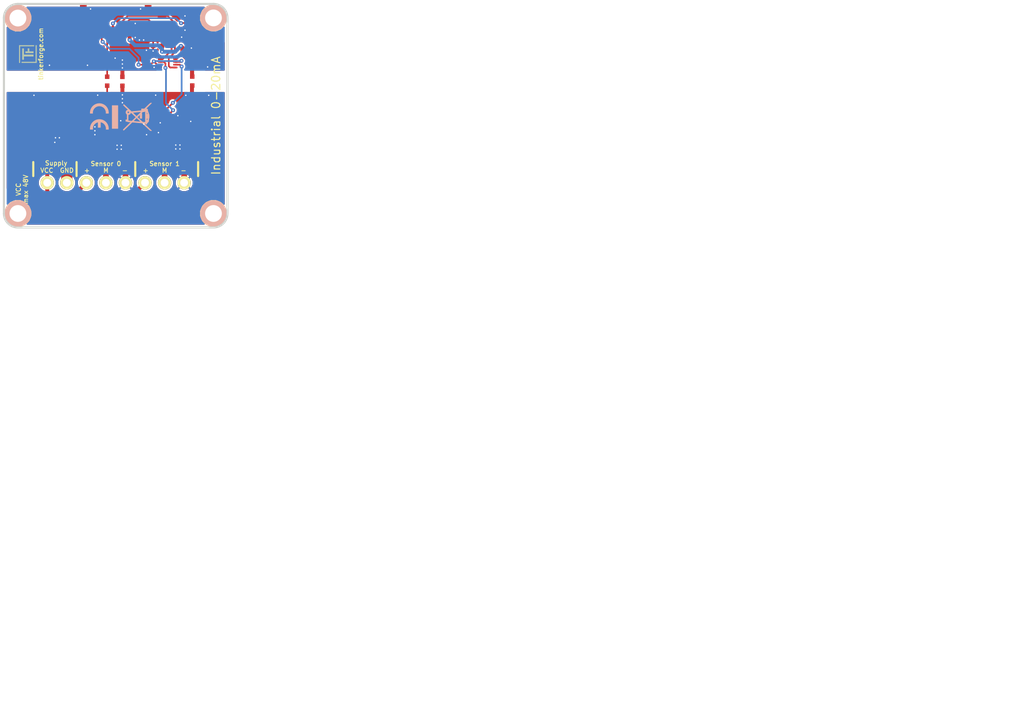
<source format=kicad_pcb>
(kicad_pcb (version 4) (host pcbnew 4.0.2+dfsg1-stable)
  (title_block (title "Industrial Dual 0-20mA Bricklet") (rev 1.0) (company "Tinkerforge GmbH") (comment 1 "Licensed under CERN OHL v.1.1") (comment 2 "Copyright (©) 2013, B.Nordmeyer <bastian@tinkerforge.com>"))
  (layers (0 Front signal) (31 Back signal hide) (34 B.Paste user) (35 F.Paste user) (36 B.SilkS user) (37 F.SilkS user) (38 B.Mask user) (39 F.Mask user) (44 Edge.Cuts user))
  (net 0 "")
  (net 1 +3.3VP)
  (net 2 3V3)
  (net 3 AGND)
  (net 4 GND)
  (net 5 MEASURE)
  (net 6 SCL)
  (net 7 SCL2)
  (net 8 SDA)
  (net 9 SDA2)
  (net 10 "Net-(C5-Pad2)")
  (net 11 "Net-(C6-Pad2)")
  (net 12 "Net-(P1-Pad6)")
  (net 13 "Net-(P1-Pad7)")
  (net 14 "Net-(P1-Pad8)")
  (net 15 "Net-(P2-Pad2)")
  (net 16 "Net-(P2-Pad4)")
  (net 17 "Net-(P2-Pad7)")
  (net 18 "Net-(D1-Pad2)")
  (net 19 "Net-(P1-Pad1)")
  (net 20 "Net-(P1-Pad9)")
  (net 21 "Net-(P1-Pad10)")
  (net 22 "Net-(U1-Pad7)")
  (net 23 "Net-(U3-Pad10)")
  (module kicad-libraries:Logo_31x31 (layer Front) (at 100.50018 48.60036 90)
    (fp_text reference G*** hide)
    (fp_text value Logo_31x31 hide)
  )
  (module kicad-libraries:Fiducial_Mark (layer Front) (at 136.3 44.05)
    (fp_text reference Fiducial_Mark hide)
    (fp_text value VAL** hide)
    (pad 1 smd circle (at 0 0) (size 1.00076 1.00076) (layers Front F.Paste F.Mask) (clearance 0.65024))
  )
  (module kicad-libraries:Fiducial_Mark (layer Front) (at 99.2 72.05)
    (fp_text reference Fiducial_Mark hide)
    (fp_text value VAL** hide)
    (pad 1 smd circle (at 0 0) (size 1.00076 1.00076) (layers Front F.Paste F.Mask) (clearance 0.65024))
  )
  (module kicad-libraries:CE_5mm (layer Back) (at 114.875 58.225 270)
    (fp_text reference VAL hide)
    (fp_text value CE_5mm hide)
  )
  (module kicad-libraries:WEEE_7mm (layer Back) (at 120.7 58.275 90)
    (fp_text reference VAL hide)
    (fp_text value WEEE_7mm hide)
  )
  (module C0603 (layer Front) (at 125.30074 45.54982 180)
    (fp_text reference C1)
    (fp_text value 100nF)
    (pad 1 smd rect (at -0.8001 0 180) (size 0.8001 0.8001) (layers Front F.Paste F.Mask) (net 2 3V3))
    (pad 2 smd rect (at 0.8001 0 180) (size 0.8001 0.8001) (layers Front F.Paste F.Mask) (net 4 GND))
  )
  (module C0603 (layer Front) (at 132.25 54.475 180)
    (fp_text reference C2)
    (fp_text value 1µF)
    (pad 1 smd rect (at -0.8001 0 180) (size 0.8001 0.8001) (layers Front F.Paste F.Mask) (net 3 AGND))
    (pad 2 smd rect (at 0.8001 0 180) (size 0.8001 0.8001) (layers Front F.Paste F.Mask) (net 1 +3.3VP))
  )
  (module C0603 (layer Front) (at 132.275 49.3)
    (fp_text reference C3)
    (fp_text value 100nF)
    (pad 1 smd rect (at -0.8001 0) (size 0.8001 0.8001) (layers Front F.Paste F.Mask) (net 2 3V3))
    (pad 2 smd rect (at 0.8001 0) (size 0.8001 0.8001) (layers Front F.Paste F.Mask) (net 4 GND))
  )
  (module C0603 (layer Front) (at 130.2 59.9 90)
    (fp_text reference C4)
    (fp_text value 100nF)
    (pad 1 smd rect (at -0.8001 0 90) (size 0.8001 0.8001) (layers Front F.Paste F.Mask) (net 1 +3.3VP))
    (pad 2 smd rect (at 0.8001 0 90) (size 0.8001 0.8001) (layers Front F.Paste F.Mask) (net 3 AGND))
  )
  (module C0603 (layer Front) (at 120.25 58.95)
    (fp_text reference C5)
    (fp_text value 100nF)
    (pad 1 smd rect (at -0.8001 0) (size 0.8001 0.8001) (layers Front F.Paste F.Mask) (net 3 AGND))
    (pad 2 smd rect (at 0.8001 0) (size 0.8001 0.8001) (layers Front F.Paste F.Mask) (net 10 "Net-(C5-Pad2)"))
  )
  (module C0603 (layer Front) (at 120.35 63.45 90)
    (fp_text reference C6)
    (fp_text value 100nF)
    (pad 1 smd rect (at -0.8001 0 90) (size 0.8001 0.8001) (layers Front F.Paste F.Mask) (net 3 AGND))
    (pad 2 smd rect (at 0.8001 0 90) (size 0.8001 0.8001) (layers Front F.Paste F.Mask) (net 11 "Net-(C6-Pad2)"))
  )
  (module MiniMelf (layer Front) (at 111.45 60.75)
    (fp_text reference D1)
    (fp_text value Z12V)
    (pad 2 smd rect (at -1.69926 0) (size 1.19888 1.6002) (layers Front F.Paste F.Mask) (net 18 "Net-(D1-Pad2)"))
    (pad 1 smd rect (at 1.69926 0) (size 1.19888 1.6002) (layers Front F.Paste F.Mask) (net 3 AGND))
  )
  (module C0603 (layer Front) (at 131.5 51.85 90)
    (fp_text reference FB1)
    (fp_text value FB)
    (pad 1 smd rect (at -0.8001 0 90) (size 0.8001 0.8001) (layers Front F.Paste F.Mask) (net 1 +3.3VP))
    (pad 2 smd rect (at 0.8001 0 90) (size 0.8001 0.8001) (layers Front F.Paste F.Mask) (net 2 3V3))
  )
  (module C0603 (layer Front) (at 119 51.9 90)
    (fp_text reference FB2)
    (fp_text value FB)
    (pad 1 smd rect (at -0.8001 0 90) (size 0.8001 0.8001) (layers Front F.Paste F.Mask) (net 3 AGND))
    (pad 2 smd rect (at 0.8001 0 90) (size 0.8001 0.8001) (layers Front F.Paste F.Mask) (net 4 GND))
  )
  (module CON-SENSOR (layer Front) (at 117.80012 38.0492 180)
    (fp_text reference P1)
    (fp_text value CON-SENSOR)
    (pad 1 smd rect (at -4.50088 -4.7752 180) (size 0.59944 1.5494) (layers Front F.Paste F.Mask) (net 19 "Net-(P1-Pad1)"))
    (pad 2 smd rect (at -3.50012 -4.7752 180) (size 0.59944 1.5494) (layers Front F.Paste F.Mask) (net 4 GND))
    (pad 3 smd rect (at -2.49936 -4.7752 180) (size 0.59944 1.5494) (layers Front F.Paste F.Mask) (net 2 3V3))
    (pad 4 smd rect (at -1.50114 -4.7752 180) (size 0.59944 1.5494) (layers Front F.Paste F.Mask) (net 6 SCL))
    (pad 5 smd rect (at -0.50038 -4.7752 180) (size 0.59944 1.5494) (layers Front F.Paste F.Mask) (net 8 SDA))
    (pad 6 smd rect (at 0.50038 -4.7752 180) (size 0.59944 1.5494) (layers Front F.Paste F.Mask) (net 12 "Net-(P1-Pad6)"))
    (pad 7 smd rect (at 1.50114 -4.7752 180) (size 0.59944 1.5494) (layers Front F.Paste F.Mask) (net 13 "Net-(P1-Pad7)"))
    (pad 8 smd rect (at 2.49936 -4.7752 180) (size 0.59944 1.5494) (layers Front F.Paste F.Mask) (net 14 "Net-(P1-Pad8)"))
    (pad 9 smd rect (at 3.50012 -4.7752 180) (size 0.59944 1.5494) (layers Front F.Paste F.Mask) (net 20 "Net-(P1-Pad9)"))
    (pad 10 smd rect (at 4.50088 -4.7752 180) (size 0.59944 1.5494) (layers Front F.Paste F.Mask) (net 21 "Net-(P1-Pad10)"))
    (pad EP smd rect (at -5.79882 -0.89916 180) (size 1.19888 1.80086) (layers Front F.Paste F.Mask) (net 4 GND))
    (pad EP smd rect (at 5.79882 -0.89916 180) (size 1.19888 1.80086) (layers Front F.Paste F.Mask) (net 4 GND))
  )
  (module OQ_8P (layer Front) (at 117.80012 70.05066)
    (fp_text reference P2)
    (fp_text value P-PWR-8GN)
    (pad 2 thru_hole circle (at -8.7503 0) (size 2.4003 2.4003) (drill 1.39954) (layers *.Cu *.Mask F.SilkS) (net 15 "Net-(P2-Pad2)"))
    (pad 3 thru_hole circle (at -5.25018 0) (size 2.4003 2.4003) (drill 1.39954) (layers *.Cu *.Mask F.SilkS) (net 5 MEASURE))
    (pad 4 thru_hole circle (at -1.75006 0) (size 2.4003 2.4003) (drill 1.39954) (layers *.Cu *.Mask F.SilkS) (net 16 "Net-(P2-Pad4)"))
    (pad 1 thru_hole circle (at -12.25042 0) (size 2.4003 2.4003) (drill 1.39954) (layers *.Cu *.Mask F.SilkS) (net 5 MEASURE))
    (pad 5 thru_hole circle (at 1.75006 0) (size 2.4003 2.4003) (drill 1.39954) (layers *.Cu *.Mask F.SilkS) (net 3 AGND))
    (pad 6 thru_hole circle (at 5.25018 0) (size 2.4003 2.4003) (drill 1.39954) (layers *.Cu *.Mask F.SilkS) (net 5 MEASURE))
    (pad 7 thru_hole circle (at 8.7503 0) (size 2.4003 2.4003) (drill 1.39954) (layers *.Cu *.Mask F.SilkS) (net 17 "Net-(P2-Pad7)"))
    (pad 8 thru_hole circle (at 12.25042 0) (size 2.4003 2.4003) (drill 1.39954) (layers *.Cu *.Mask F.SilkS) (net 3 AGND))
  )
  (module SOT23GDS (layer Front) (at 108.60024 63.84544)
    (fp_text reference Q1)
    (fp_text value FDN5630)
    (pad S smd rect (at -0.889 -1.016) (size 0.9144 0.9144) (layers Front F.Paste F.Mask) (net 3 AGND))
    (pad G smd rect (at 0.889 -1.016) (size 0.9144 0.9144) (layers Front F.Paste F.Mask) (net 18 "Net-(D1-Pad2)"))
    (pad D smd rect (at 0 1.016) (size 0.9144 0.9144) (layers Front F.Paste F.Mask) (net 15 "Net-(P2-Pad2)"))
  )
  (module R0603 (layer Front) (at 117.075 48.975 180)
    (fp_text reference R1)
    (fp_text value 1k)
    (pad 1 smd rect (at -0.8001 0 180) (size 0.8001 0.8001) (layers Front F.Paste F.Mask) (net 4 GND))
    (pad 2 smd rect (at 0.8001 0 180) (size 0.8001 0.8001) (layers Front F.Paste F.Mask) (net 13 "Net-(P1-Pad7)"))
  )
  (module R0603 (layer Front) (at 116.275 51.875 90)
    (fp_text reference R2)
    (fp_text value 6k8)
    (pad 1 smd rect (at -0.8001 0 90) (size 0.8001 0.8001) (layers Front F.Paste F.Mask) (net 5 MEASURE))
    (pad 2 smd rect (at 0.8001 0 90) (size 0.8001 0.8001) (layers Front F.Paste F.Mask) (net 13 "Net-(P1-Pad7)"))
  )
  (module R0603 (layer Front) (at 123.3 48.125 270)
    (fp_text reference R3)
    (fp_text value 10k)
    (pad 1 smd rect (at -0.8001 0 270) (size 0.8001 0.8001) (layers Front F.Paste F.Mask) (net 4 GND))
    (pad 2 smd rect (at 0.8001 0 270) (size 0.8001 0.8001) (layers Front F.Paste F.Mask) (net 14 "Net-(P1-Pad8)"))
  )
  (module R0603 (layer Front) (at 120.25122 60.39866 180)
    (fp_text reference R4)
    (fp_text value 1k)
    (pad 1 smd rect (at -0.8001 0 180) (size 0.8001 0.8001) (layers Front F.Paste F.Mask) (net 10 "Net-(C5-Pad2)"))
    (pad 2 smd rect (at 0.8001 0 180) (size 0.8001 0.8001) (layers Front F.Paste F.Mask) (net 16 "Net-(P2-Pad4)"))
  )
  (module R0603 (layer Front) (at 121.80062 63.4492 270)
    (fp_text reference R5)
    (fp_text value 1k)
    (pad 1 smd rect (at -0.8001 0 270) (size 0.8001 0.8001) (layers Front F.Paste F.Mask) (net 11 "Net-(C6-Pad2)"))
    (pad 2 smd rect (at 0.8001 0 270) (size 0.8001 0.8001) (layers Front F.Paste F.Mask) (net 17 "Net-(P2-Pad7)"))
  )
  (module R0805 (layer Front) (at 128.30048 65.0494)
    (fp_text reference R6)
    (fp_text value 91/25ppm)
    (pad 1 smd rect (at -1.00076 0) (size 1.00076 1.24968) (layers Front F.Paste F.Mask) (net 17 "Net-(P2-Pad7)") (clearance 0.14986))
    (pad 2 smd rect (at 1.00076 0) (size 1.00076 1.24968) (layers Front F.Paste F.Mask) (net 3 AGND) (clearance 0.14986))
  )
  (module R0805 (layer Front) (at 117.80012 65.0494)
    (fp_text reference R7)
    (fp_text value 91/25ppm)
    (pad 1 smd rect (at -1.00076 0) (size 1.00076 1.24968) (layers Front F.Paste F.Mask) (net 16 "Net-(P2-Pad4)") (clearance 0.14986))
    (pad 2 smd rect (at 1.00076 0) (size 1.00076 1.24968) (layers Front F.Paste F.Mask) (net 3 AGND) (clearance 0.14986))
  )
  (module R0603 (layer Front) (at 107 60.75)
    (fp_text reference R8)
    (fp_text value 100k)
    (pad 1 smd rect (at -0.8001 0) (size 0.8001 0.8001) (layers Front F.Paste F.Mask) (net 5 MEASURE))
    (pad 2 smd rect (at 0.8001 0) (size 0.8001 0.8001) (layers Front F.Paste F.Mask) (net 18 "Net-(D1-Pad2)"))
  )
  (module SOIC8 (layer Front) (at 128.80086 42.1005 90)
    (fp_text reference U1)
    (fp_text value M24C64)
    (pad 1 smd rect (at -1.90246 2.69748 270) (size 0.59944 1.5494) (layers Front F.Paste F.Mask) (net 4 GND))
    (pad 2 smd rect (at -0.63246 2.69748 270) (size 0.59944 1.5494) (layers Front F.Paste F.Mask) (net 4 GND))
    (pad 3 smd rect (at 0.63246 2.69748 270) (size 0.59944 1.5494) (layers Front F.Paste F.Mask) (net 12 "Net-(P1-Pad6)"))
    (pad 4 smd rect (at 1.90246 2.69748 270) (size 0.59944 1.5494) (layers Front F.Paste F.Mask) (net 4 GND))
    (pad 5 smd rect (at 1.90246 -2.69748 90) (size 0.59944 1.5494) (layers Front F.Paste F.Mask) (net 8 SDA))
    (pad 6 smd rect (at 0.63246 -2.69748 90) (size 0.59944 1.5494) (layers Front F.Paste F.Mask) (net 6 SCL))
    (pad 7 smd rect (at -0.63246 -2.69748 90) (size 0.59944 1.5494) (layers Front F.Paste F.Mask) (net 22 "Net-(U1-Pad7)"))
    (pad 8 smd rect (at -1.90246 -2.69748 90) (size 0.59944 1.5494) (layers Front F.Paste F.Mask) (net 2 3V3))
  )
  (module VSSOP8 (layer Front) (at 127.1 48.675 270)
    (fp_text reference U2)
    (fp_text value NC7WB66K8X)
    (pad 1 smd rect (at -0.7493 1.37414 90) (size 0.29972 0.7493) (layers Front F.Paste F.Mask) (net 6 SCL))
    (pad 2 smd rect (at -0.24892 1.37414 90) (size 0.29972 0.7493) (layers Front F.Paste F.Mask) (net 7 SCL2))
    (pad 3 smd rect (at 0.24892 1.37414 90) (size 0.29972 0.7493) (layers Front F.Paste F.Mask) (net 14 "Net-(P1-Pad8)"))
    (pad 4 smd rect (at 0.7493 1.37414 90) (size 0.29972 0.7493) (layers Front F.Paste F.Mask) (net 4 GND))
    (pad 5 smd rect (at 0.7493 -1.37414 270) (size 0.29972 0.7493) (layers Front F.Paste F.Mask) (net 8 SDA))
    (pad 6 smd rect (at 0.24892 -1.37414 270) (size 0.29972 0.7493) (layers Front F.Paste F.Mask) (net 9 SDA2))
    (pad 7 smd rect (at -0.24892 -1.37414 270) (size 0.29972 0.7493) (layers Front F.Paste F.Mask) (net 14 "Net-(P1-Pad8)"))
    (pad 8 smd rect (at -0.7493 -1.37414 270) (size 0.29972 0.7493) (layers Front F.Paste F.Mask) (net 2 3V3))
  )
  (module MSOP10-0.5 (layer Front) (at 126.45 59.825 270)
    (fp_text reference U3)
    (fp_text value MCP3423)
    (pad 1 smd rect (at -1.016 2.2225 270) (size 0.26924 1.00076) (layers Front F.Paste F.Mask) (net 10 "Net-(C5-Pad2)"))
    (pad 2 smd rect (at -0.508 2.2225 270) (size 0.26924 1.00076) (layers Front F.Paste F.Mask) (net 3 AGND))
    (pad 3 smd rect (at 0 2.2225 270) (size 0.26924 1.00076) (layers Front F.Paste F.Mask) (net 3 AGND))
    (pad 4 smd rect (at 0.508 2.2225 270) (size 0.26924 1.00076) (layers Front F.Paste F.Mask) (net 11 "Net-(C6-Pad2)"))
    (pad 5 smd rect (at 1.016 2.2225 270) (size 0.26924 1.00076) (layers Front F.Paste F.Mask) (net 3 AGND))
    (pad 6 smd rect (at 1.016 -2.2225 270) (size 0.26924 1.00076) (layers Front F.Paste F.Mask) (net 1 +3.3VP))
    (pad 7 smd rect (at 0.508 -2.2225 270) (size 0.26924 1.00076) (layers Front F.Paste F.Mask) (net 9 SDA2))
    (pad 8 smd rect (at 0 -2.2225 270) (size 0.26924 1.00076) (layers Front F.Paste F.Mask) (net 7 SCL2))
    (pad 9 smd rect (at -0.508 -2.2225 270) (size 0.26924 1.00076) (layers Front F.Paste F.Mask) (net 3 AGND))
    (pad 10 smd rect (at -1.016 -2.2225 270) (size 0.26924 1.00076) (layers Front F.Paste F.Mask) (net 23 "Net-(U3-Pad10)"))
  )
  (module DRILL_NP (layer Front) (at 100.3 75.55)
    (fp_text reference U4 hide)
    (fp_text value DRILL hide)
    (pad "" np_thru_hole circle (at 0 0) (size 2.99974 2.99974) (drill 2.99974) (layers *.Cu *.Mask F.SilkS) (clearance 0.89916))
  )
  (module DRILL_NP (layer Front) (at 135.3 75.55)
    (fp_text reference U5 hide)
    (fp_text value DRILL hide)
    (pad "" np_thru_hole circle (at 0 0) (size 2.99974 2.99974) (drill 2.99974) (layers *.Cu *.Mask F.SilkS) (clearance 0.89916))
  )
  (module DRILL_NP (layer Front) (at 135.3 40.55)
    (fp_text reference U6 hide)
    (fp_text value DRILL hide)
    (pad "" np_thru_hole circle (at 0 0) (size 2.99974 2.99974) (drill 2.99974) (layers *.Cu *.Mask F.SilkS) (clearance 0.89916))
  )
  (module DRILL_NP (layer Front) (at 100.3 40.575)
    (fp_text reference U7 hide)
    (fp_text value DRILL hide)
    (pad "" np_thru_hole circle (at 0 0) (size 2.99974 2.99974) (drill 2.99974) (layers *.Cu *.Mask F.SilkS) (clearance 0.89916))
  )
  (gr_text "Copyright Tinkerforge GmbH 2013.\nThis documentation describes Open Hardware and is licensed under the\nCERN OHL v. 1.1.\nYou may redistribute and modify this documentation under the terms of the\nCERN OHL v.1.1. (http://ohwr.org/cernohl). This documentation is distributed\nWITHOUT ANY EXPRESS OR IMPLIED WARRANTY, INCLUDING OF\nMERCHANTABILITY, SATISFACTORY QUALITY AND FITNESS FOR A\nPARTICULAR PURPOSE. Please see the CERN OHL v.1.1 for applicable\nconditions\n" (at 38.2 185.3) (layer Back) (effects (font (size 0.8 0.8) (thickness 0.2)) (justify mirror)))
  (gr_text "+    M    -" (at 126.55042 67.84848) (layer F.SilkS) (effects (font (size 0.8001 0.8001) (thickness 0.14986))))
  (gr_text "+    M    -" (at 116.05006 67.84848) (layer F.SilkS) (effects (font (size 0.8001 0.8001) (thickness 0.14986))))
  (gr_text "VCC  GND" (at 107.29976 67.84848) (layer F.SilkS) (effects (font (size 0.8001 0.8001) (thickness 0.14986))))
  (gr_text "Sensor 1" (at 126.55042 66.6496) (layer F.SilkS) (effects (font (size 0.8001 0.8001) (thickness 0.14986))))
  (gr_text "Sensor 0" (at 116.05006 66.6496) (layer F.SilkS) (effects (font (size 0.8001 0.8001) (thickness 0.14986))))
  (gr_text Supply (at 107.1499 66.548) (layer F.SilkS) (effects (font (size 0.8001 0.8001) (thickness 0.14986))))
  (gr_line (start 132.5499 68.84924) (end 132.5499 66.34988) (angle 90) (layer F.SilkS) (width 0.381))
  (gr_line (start 121.30024 68.84924) (end 121.30024 66.34988) (angle 90) (layer F.SilkS) (width 0.381))
  (gr_line (start 110.79988 68.84924) (end 110.79988 66.34988) (angle 90) (layer F.SilkS) (width 0.381))
  (gr_line (start 103.05034 68.84924) (end 103.05034 66.34988) (angle 90) (layer F.SilkS) (width 0.381))
  (gr_text "VCC\nmax 48V" (at 101.05136 71.24954 90) (layer F.SilkS) (effects (font (size 0.8001 0.8001) (thickness 0.14986))))
  (gr_text tinkerforge.com (at 104.39908 47.00016 90) (layer F.SilkS) (effects (font (size 0.8001 0.8001) (thickness 0.14986))))
  (gr_text "Industrial 0-20mA" (at 135.7503 58.04916 90) (layer F.SilkS) (effects (font (size 1.50114 1.50114) (thickness 0.20066))))
  (gr_arc (start 100.29952 40.5511) (end 97.80016 40.5511) (angle 90) (layer Edge.Cuts) (width 0.381))
  (gr_arc (start 100.29952 75.54976) (end 100.29952 78.04912) (angle 90) (layer Edge.Cuts) (width 0.381))
  (gr_arc (start 135.29818 75.54976) (end 137.80008 75.54976) (angle 90) (layer Edge.Cuts) (width 0.381))
  (gr_arc (start 135.29818 40.5511) (end 135.29818 38.0492) (angle 90) (layer Edge.Cuts) (width 0.381))
  (gr_line (start 97.80016 40.5511) (end 97.80016 75.54976) (angle 90) (layer Edge.Cuts) (width 0.381))
  (gr_line (start 135.30072 38.0492) (end 100.29952 38.0492) (angle 90) (layer Edge.Cuts) (width 0.381))
  (gr_line (start 137.80262 75.54976) (end 137.80262 40.5511) (angle 90) (layer Edge.Cuts) (width 0.381))
  (gr_line (start 100.29952 78.04912) (end 135.30072 78.04912) (angle 90) (layer Edge.Cuts) (width 0.381))
  (segment (start 131.4499 54.475) (end 131.4499 52.6502) (width 0.70104) (layer Front) (net 1))
  (segment (start 128.6725 60.841) (end 130.0591 60.841) (width 0.29972) (layer Front) (net 1))
  (segment (start 130.2 60.7001) (end 131.3749 60.7001) (width 0.29972) (layer Front) (net 1))
  (segment (start 130.0591 60.841) (end 130.2 60.7001) (width 0.29972) (layer Front) (net 1))
  (segment (start 131.3749 60.7001) (end 132.025 60.05) (width 0.29972) (layer Front) (net 1))
  (segment (start 132.025 60.05) (end 132.025 56.25) (width 0.29972) (layer Front) (net 1))
  (segment (start 132.025 56.25) (end 131.475 55.7) (width 0.29972) (layer Front) (net 1))
  (segment (start 131.4499 52.6502) (end 131.475 52.6251) (width 0.70104) (layer Front) (net 1))
  (segment (start 131.475 55.7) (end 131.475 52.6251) (width 0.29972) (layer Front) (net 1))
  (segment (start 131.475 51.0249) (end 131.475 48.825) (width 0.70104) (layer Front) (net 2))
  (segment (start 131.475 48.825) (end 129.7249 47.0749) (width 0.70104) (layer Front) (net 2))
  (segment (start 129.7249 47.0749) (end 129.7249 46.875) (width 0.70104) (layer Front) (net 2))
  (segment (start 129.7249 46.875) (end 129.7249 45.8249) (width 0.70104) (layer Front) (net 2))
  (segment (start 129.7249 45.8249) (end 129.475 45.575) (width 0.70104) (layer Front) (net 2))
  (via (at 129.475 45.575) (size 0.70104) (layers Front Back) (net 2))
  (segment (start 129.475 45.575) (end 128.45116 46.59884) (width 0.70104) (layer Back) (net 2))
  (segment (start 128.45116 46.59884) (end 126.10084 46.59884) (width 0.70104) (layer Back) (net 2))
  (via (at 126.10084 46.59884) (size 0.70104) (layers Front Back) (net 2))
  (segment (start 126.10084 46.59884) (end 126.10084 46.14926) (width 0.70104) (layer Back) (net 2))
  (segment (start 126.10084 46.14926) (end 125.40234 45.45076) (width 0.70104) (layer Back) (net 2))
  (segment (start 131.475 51.0249) (end 131.475 49.3001) (width 0.70104) (layer Front) (net 2))
  (segment (start 131.475 49.3001) (end 131.4749 49.3) (width 0.70104) (layer Front) (net 2))
  (segment (start 128.47414 47.9257) (end 128.6742 47.9257) (width 0.29972) (layer Front) (net 2))
  (segment (start 128.6742 47.9257) (end 129.7249 46.875) (width 0.29972) (layer Front) (net 2))
  (segment (start 126.10338 44.00296) (end 126.10338 45.54728) (width 0.29972) (layer Front) (net 2))
  (segment (start 126.10338 45.54728) (end 126.10084 45.54982) (width 0.29972) (layer Front) (net 2))
  (segment (start 120.29948 44.49826) (end 120.29948 42.8244) (width 0.70104) (layer Front) (net 2))
  (segment (start 125.40234 45.45076) (end 121.25198 45.45076) (width 0.70104) (layer Back) (net 2))
  (segment (start 121.25198 45.45076) (end 120.29948 44.49826) (width 0.70104) (layer Back) (net 2))
  (via (at 120.29948 44.49826) (size 0.70104) (layers Front Back) (net 2))
  (segment (start 126.10084 46.59884) (end 126.10084 45.54982) (width 0.29972) (layer Front) (net 2))
  (segment (start 128.925 58.05) (end 130.8 58.05) (width 0.14986) (layer Front) (net 3))
  (segment (start 131.2001 59.0999) (end 131.225 59.075) (width 0.29972) (layer Front) (net 3))
  (via (at 131.225 59.075) (size 0.70104) (layers Front Back) (net 3))
  (segment (start 131.2001 59.0999) (end 130.2 59.0999) (width 0.29972) (layer Front) (net 3))
  (segment (start 131.225 58.475) (end 131.225 59.075) (width 0.14986) (layer Front) (net 3))
  (segment (start 130.8 58.05) (end 131.225 58.475) (width 0.14986) (layer Front) (net 3))
  (segment (start 128.6725 58.3025) (end 128.925 58.05) (width 0.29972) (layer Front) (net 3))
  (via (at 128.925 58.05) (size 0.70104) (layers Front Back) (net 3))
  (segment (start 119.4499 58.95) (end 118.7 58.95) (width 0.70104) (layer Front) (net 3))
  (segment (start 118.8 63.35) (end 118.8 59.05) (width 0.50038) (layer Back) (net 3))
  (via (at 118.8 63.35) (size 0.70104) (layers Front Back) (net 3))
  (segment (start 118.8 59.05) (end 118.7 58.95) (width 0.50038) (layer Back) (net 3))
  (segment (start 118.7 58.95) (end 115.175 58.95) (width 0.29972) (layer Back) (net 3))
  (segment (start 123.325 61.45) (end 121.2 61.45) (width 0.29972) (layer Back) (net 3))
  (segment (start 121.2 61.45) (end 118.7 58.95) (width 0.29972) (layer Back) (net 3))
  (via (at 123.325 61.45) (size 0.70104) (layers Front Back) (net 3))
  (via (at 118.7 58.95) (size 0.70104) (layers Front Back) (net 3))
  (via (at 114.075 60.05) (size 0.70104) (layers Front Back) (net 3))
  (segment (start 115.175 58.95) (end 114.075 60.05) (width 0.29972) (layer Back) (net 3))
  (segment (start 114.075 60.05) (end 114.075 60.75) (width 0.70104) (layer Front) (net 3))
  (segment (start 134.45 54.4) (end 133.1251 54.4) (width 0.70104) (layer Front) (net 3))
  (via (at 134.45 54.4) (size 0.70104) (layers Front Back) (net 3))
  (segment (start 130.35 54.4) (end 134.45 54.4) (width 0.29972) (layer Back) (net 3))
  (segment (start 133.1251 54.4) (end 133.0501 54.475) (width 0.70104) (layer Front) (net 3))
  (segment (start 122.85 59.55) (end 127.425 59.55) (width 0.50038) (layer Back) (net 3))
  (segment (start 123.083 59.317) (end 122.85 59.55) (width 0.29972) (layer Front) (net 3))
  (via (at 122.85 59.55) (size 0.70104) (layers Front Back) (net 3))
  (segment (start 124.2275 59.317) (end 123.083 59.317) (width 0.29972) (layer Front) (net 3))
  (segment (start 127.425 59.55) (end 128.925 58.05) (width 0.50038) (layer Back) (net 3))
  (segment (start 118.80088 63.35088) (end 118.8 63.35) (width 0.70104) (layer Front) (net 3))
  (segment (start 118.80088 64.04864) (end 118.80088 63.35088) (width 0.70104) (layer Front) (net 3))
  (segment (start 106.9 62.825) (end 112.7 62.825) (width 0.50038) (layer Back) (net 3))
  (via (at 114.075 61.45) (size 0.70104) (layers Front Back) (net 3))
  (segment (start 114.075 60.75) (end 114.075 61.45) (width 0.70104) (layer Front) (net 3))
  (via (at 114.075 60.75) (size 0.70104) (layers Front Back) (net 3))
  (segment (start 106.90444 62.82944) (end 106.9 62.825) (width 0.70104) (layer Front) (net 3))
  (via (at 106.9 62.825) (size 0.70104) (layers Front Back) (net 3))
  (segment (start 106.90444 62.82944) (end 107.71124 62.82944) (width 0.70104) (layer Front) (net 3))
  (segment (start 112.7 62.825) (end 114.075 61.45) (width 0.50038) (layer Back) (net 3))
  (segment (start 107.025 62) (end 107.725 62) (width 0.70104) (layer Front) (net 3))
  (via (at 107.025 62) (size 0.70104) (layers Front Back) (net 3))
  (segment (start 107.71124 62.01376) (end 107.71124 62.82944) (width 0.70104) (layer Front) (net 3))
  (via (at 107.725 62) (size 0.70104) (layers Front Back) (net 3))
  (segment (start 107.71124 62.01376) (end 107.725 62) (width 0.70104) (layer Front) (net 3))
  (segment (start 130.35 54.4) (end 130.35 56.625) (width 0.29972) (layer Back) (net 3))
  (segment (start 130.35 56.625) (end 128.925 58.05) (width 0.29972) (layer Back) (net 3))
  (segment (start 128.55 63.3) (end 128.55 58.425) (width 0.29972) (layer Back) (net 3))
  (segment (start 128.5494 63.3006) (end 128.55 63.3) (width 0.70104) (layer Front) (net 3))
  (via (at 128.55 63.3) (size 0.70104) (layers Front Back) (net 3))
  (via (at 128.5494 64.00038) (size 0.70104) (layers Front Back) (net 3))
  (segment (start 128.5494 64.00038) (end 129.30124 64.00038) (width 0.70104) (layer Front) (net 3))
  (segment (start 128.5494 64.00038) (end 128.5494 63.3006) (width 0.70104) (layer Front) (net 3))
  (segment (start 128.55 58.425) (end 128.925 58.05) (width 0.29972) (layer Back) (net 3))
  (segment (start 124.2275 60.841) (end 123.934 60.841) (width 0.29972) (layer Front) (net 3))
  (segment (start 123.934 60.841) (end 123.325 61.45) (width 0.29972) (layer Front) (net 3))
  (segment (start 130.325 54.375) (end 130.35 54.4) (width 0.29972) (layer Front) (net 3))
  (via (at 130.35 54.4) (size 0.70104) (layers Front Back) (net 3))
  (segment (start 124.9 54.325) (end 119 54.325) (width 0.29972) (layer Front) (net 3))
  (via (at 124.95 54.375) (size 0.70104) (layers Front Back) (net 3))
  (segment (start 124.9 54.325) (end 124.95 54.375) (width 0.29972) (layer Front) (net 3))
  (segment (start 124.95 54.375) (end 130.325 54.375) (width 0.29972) (layer Front) (net 3))
  (segment (start 114.575 54.375) (end 103.2 54.375) (width 0.29972) (layer Back) (net 3))
  (segment (start 114.625 54.325) (end 114.575 54.375) (width 0.29972) (layer Back) (net 3))
  (via (at 114.575 54.375) (size 0.70104) (layers Front Back) (net 3))
  (via (at 119 54.325) (size 0.70104) (layers Front Back) (net 3))
  (segment (start 119 54.325) (end 114.625 54.325) (width 0.29972) (layer Back) (net 3))
  (via (at 103.175 54.4) (size 0.70104) (layers Front Back) (net 3))
  (segment (start 103.2 54.375) (end 103.175 54.4) (width 0.29972) (layer Back) (net 3))
  (segment (start 129.30124 64.00038) (end 129.30124 63.30124) (width 0.70104) (layer Front) (net 3))
  (segment (start 129.30124 63.30124) (end 129.3 63.3) (width 0.70104) (layer Front) (net 3))
  (via (at 129.3 63.3) (size 0.70104) (layers Front Back) (net 3))
  (segment (start 129.30124 65.0494) (end 129.30124 64.00038) (width 0.70104) (layer Front) (net 3))
  (via (at 129.30124 64.00038) (size 0.70104) (layers Front Back) (net 3))
  (segment (start 129.30124 64.00038) (end 129.30086 64) (width 0.70104) (layer Back) (net 3))
  (segment (start 129.30086 64) (end 129.3 64) (width 0.70104) (layer Back) (net 3))
  (segment (start 118.04904 64.04864) (end 118.04904 63.35096) (width 0.70104) (layer Front) (net 3))
  (segment (start 118.80088 64.04864) (end 118.04904 64.04864) (width 0.70104) (layer Front) (net 3))
  (via (at 118.04904 64.04864) (size 0.70104) (layers Front Back) (net 3))
  (via (at 118.05 63.35) (size 0.70104) (layers Front Back) (net 3))
  (segment (start 118.04904 63.35096) (end 118.05 63.35) (width 0.70104) (layer Front) (net 3))
  (segment (start 118.80088 65.0494) (end 118.80088 64.04864) (width 0.70104) (layer Front) (net 3))
  (via (at 118.80088 64.04864) (size 0.70104) (layers Front Back) (net 3))
  (segment (start 118.8 64.04952) (end 118.8 64.05) (width 0.70104) (layer Back) (net 3))
  (segment (start 118.80088 64.04864) (end 118.8 64.04952) (width 0.70104) (layer Back) (net 3))
  (segment (start 119 55.725) (end 119 55.025) (width 0.70104) (layer Front) (net 3))
  (via (at 119 55.025) (size 0.70104) (layers Front Back) (net 3))
  (segment (start 119 55.025) (end 119 54.325) (width 0.70104) (layer Front) (net 3))
  (via (at 119 55.725) (size 0.70104) (layers Front Back) (net 3))
  (segment (start 124.2275 59.825) (end 124.2275 59.317) (width 0.29972) (layer Front) (net 3))
  (segment (start 124.2275 60.841) (end 125.216 60.841) (width 0.29972) (layer Front) (net 3))
  (via (at 125.45 61.075) (size 0.70104) (layers Front Back) (net 3))
  (segment (start 125.216 60.841) (end 125.45 61.075) (width 0.29972) (layer Front) (net 3))
  (segment (start 124.2275 59.317) (end 125.767 59.317) (width 0.29972) (layer Front) (net 3))
  (via (at 125.775 59.325) (size 0.70104) (layers Front Back) (net 3))
  (segment (start 125.767 59.317) (end 125.775 59.325) (width 0.29972) (layer Front) (net 3))
  (segment (start 128.6725 59.317) (end 129.9829 59.317) (width 0.29972) (layer Front) (net 3))
  (segment (start 120.35028 64.2493) (end 119.60098 64.2493) (width 0.70104) (layer Front) (net 3))
  (segment (start 130.05054 70.05066) (end 130.05054 65.7987) (width 1.00076) (layer Front) (net 3))
  (segment (start 119.55018 70.05066) (end 119.55018 65.7987) (width 1.00076) (layer Front) (net 3))
  (segment (start 130.05054 65.7987) (end 129.30124 65.0494) (width 1.00076) (layer Front) (net 3))
  (segment (start 119.55018 65.7987) (end 118.80088 65.0494) (width 1.00076) (layer Front) (net 3))
  (segment (start 119.60098 64.2493) (end 118.80088 65.0494) (width 0.70104) (layer Front) (net 3))
  (segment (start 129.9829 59.317) (end 130.2 59.0999) (width 0.29972) (layer Front) (net 3))
  (segment (start 119 54.325) (end 119 52.6751) (width 0.70104) (layer Front) (net 3))
  (segment (start 114.075 60.75) (end 113.12426 60.75) (width 0.70104) (layer Front) (net 3))
  (segment (start 119 49.5) (end 119 51.0749) (width 0.70104) (layer Front) (net 4))
  (via (at 119 49.5) (size 0.70104) (layers Front Back) (net 4))
  (segment (start 119 48.8) (end 119 49.5) (width 0.70104) (layer Front) (net 4))
  (via (at 119 48.8) (size 0.70104) (layers Front Back) (net 4))
  (segment (start 119 48.1) (end 119 48.8) (width 0.70104) (layer Front) (net 4))
  (via (at 119 48.1) (size 0.70104) (layers Front Back) (net 4))
  (segment (start 134.25 49.325) (end 133.1251 49.325) (width 0.70104) (layer Front) (net 4))
  (segment (start 131.85 46.875) (end 134.25 49.275) (width 0.29972) (layer Front) (net 4))
  (segment (start 134.25 49.275) (end 134.25 49.325) (width 0.29972) (layer Front) (net 4))
  (via (at 134.25 49.325) (size 0.70104) (layers Front Back) (net 4))
  (segment (start 131.3251 46.875) (end 131.85 46.875) (width 0.29972) (layer Front) (net 4))
  (segment (start 129.60096 43.99788) (end 131.35 45.74692) (width 0.50038) (layer Back) (net 4))
  (segment (start 131.3251 46.875) (end 131.3251 45.9749) (width 0.29972) (layer Front) (net 4))
  (via (at 131.35 45.95) (size 0.70104) (layers Front Back) (net 4))
  (segment (start 131.3251 45.9749) (end 131.35 45.95) (width 0.29972) (layer Front) (net 4))
  (segment (start 131.35 45.95) (end 131.35 45.74692) (width 0.50038) (layer Back) (net 4))
  (segment (start 133.1251 49.325) (end 133.1001 49.3) (width 0.70104) (layer Front) (net 4))
  (segment (start 112.75 43) (end 114.05095 41.69905) (width 0.50038) (layer Back) (net 4))
  (segment (start 121.30024 41.54932) (end 126.92432 41.54932) (width 0.50038) (layer Back) (net 4))
  (segment (start 126.92432 41.54932) (end 129.37288 43.99788) (width 0.50038) (layer Back) (net 4))
  (segment (start 129.37288 43.99788) (end 129.60096 43.99788) (width 0.50038) (layer Back) (net 4))
  (segment (start 129.60096 43.99788) (end 129.60096 43.34764) (width 0.29972) (layer Back) (net 4))
  (segment (start 129.60096 43.34764) (end 130.2004 42.7482) (width 0.29972) (layer Back) (net 4))
  (via (at 129.60096 43.99788) (size 0.70104) (layers Front Back) (net 4))
  (segment (start 129.60604 44.00296) (end 129.60096 43.99788) (width 0.29972) (layer Front) (net 4))
  (segment (start 121.30024 41.54932) (end 120.20042 41.54932) (width 0.70104) (layer Back) (net 4))
  (segment (start 118.85168 42.89806) (end 117.5512 42.89806) (width 0.70104) (layer Back) (net 4))
  (segment (start 117.5512 42.89806) (end 115.24996 42.89806) (width 0.70104) (layer Back) (net 4))
  (segment (start 115.24996 42.89806) (end 114.05095 41.69905) (width 0.70104) (layer Back) (net 4))
  (segment (start 120.20042 41.54932) (end 118.85168 42.89806) (width 0.70104) (layer Back) (net 4))
  (segment (start 113.29924 40.94734) (end 113.29924 38.94836) (width 0.70104) (layer Back) (net 4))
  (segment (start 114.05095 41.69905) (end 113.29924 40.94734) (width 0.70104) (layer Back) (net 4))
  (via (at 121.30024 41.54932) (size 0.70104) (layers Front Back) (net 4))
  (segment (start 128.95072 38.94836) (end 130.2004 40.19804) (width 0.70104) (layer Back) (net 4))
  (via (at 130.2004 40.19804) (size 0.70104) (layers Front Back) (net 4))
  (segment (start 130.2004 42.7482) (end 130.2004 40.19804) (width 0.29972) (layer Back) (net 4))
  (segment (start 121.30024 41.5036) (end 121.30024 41.54932) (width 0.70104) (layer Front) (net 4))
  (segment (start 121.30024 41.54932) (end 121.30024 41.5036) (width 0.70104) (layer Front) (net 4))
  (via (at 130.2004 42.7482) (size 0.70104) (layers Front Back) (net 4))
  (segment (start 122.2502 38.94836) (end 113.29924 38.94836) (width 0.70104) (layer Back) (net 4))
  (via (at 113.29924 38.94836) (size 0.70104) (layers Front Back) (net 4))
  (segment (start 122.2502 38.94836) (end 128.95072 38.94836) (width 0.70104) (layer Back) (net 4))
  (via (at 122.2502 38.94836) (size 0.70104) (layers Front Back) (net 4))
  (segment (start 130.21564 42.73296) (end 130.2004 42.7482) (width 0.29972) (layer Front) (net 4))
  (segment (start 112.75 49.025) (end 112.75 43) (width 0.50038) (layer Back) (net 4))
  (via (at 112.75 49.025) (size 0.70104) (layers Front Back) (net 4))
  (segment (start 105.95 49.025) (end 112.75 49.025) (width 0.29972) (layer Back) (net 4))
  (segment (start 114.025 47.75) (end 112.75 49.025) (width 0.29972) (layer Back) (net 4))
  (via (at 117.7 47.75) (size 0.70104) (layers Front Back) (net 4))
  (segment (start 117.7 47.75) (end 114.025 47.75) (width 0.29972) (layer Back) (net 4))
  (via (at 105.95 49.025) (size 0.70104) (layers Front Back) (net 4))
  (segment (start 123.3 46.35) (end 123.3 44.99688) (width 0.29972) (layer Front) (net 4))
  (via (at 122.80138 44.49826) (size 0.70104) (layers Front Back) (net 4))
  (segment (start 122.80138 44.49826) (end 122.04954 44.49826) (width 0.70104) (layer Front) (net 4))
  (segment (start 121.30024 44.09948) (end 121.69902 44.49826) (width 0.70104) (layer Front) (net 4))
  (segment (start 121.69902 44.49826) (end 122.04954 44.49826) (width 0.70104) (layer Front) (net 4))
  (via (at 122.04954 44.49826) (size 0.70104) (layers Front Back) (net 4))
  (segment (start 121.30024 44.04868) (end 121.30024 42.8244) (width 0.70104) (layer Front) (net 4))
  (via (at 121.30024 44.04868) (size 0.70104) (layers Front Back) (net 4))
  (segment (start 121.30024 44.04868) (end 121.30024 44.09948) (width 0.70104) (layer Front) (net 4))
  (segment (start 123.3 44.99688) (end 122.80138 44.49826) (width 0.29972) (layer Front) (net 4))
  (segment (start 125.72586 49.4243) (end 124.6993 49.4243) (width 0.29972) (layer Front) (net 4))
  (segment (start 123.3 48.025) (end 123.3 46.35) (width 0.29972) (layer Back) (net 4))
  (segment (start 124.675 49.4) (end 123.3 48.025) (width 0.29972) (layer Back) (net 4))
  (via (at 124.675 49.4) (size 0.70104) (layers Front Back) (net 4))
  (segment (start 124.6993 49.4243) (end 124.675 49.4) (width 0.29972) (layer Front) (net 4))
  (segment (start 123.3 46.35) (end 124.375 46.35) (width 0.50038) (layer Back) (net 4))
  (via (at 123.3 46.35) (size 0.70104) (layers Front Back) (net 4))
  (segment (start 123.3 47.3249) (end 123.3 46.35) (width 0.29972) (layer Front) (net 4))
  (segment (start 124.50064 46.47436) (end 124.5 46.475) (width 0.29972) (layer Front) (net 4))
  (via (at 124.5 46.475) (size 0.70104) (layers Front Back) (net 4))
  (segment (start 124.50064 46.47436) (end 124.50064 45.54982) (width 0.29972) (layer Front) (net 4))
  (segment (start 124.375 46.35) (end 124.5 46.475) (width 0.50038) (layer Back) (net 4))
  (segment (start 117.8751 47.9251) (end 117.8751 48.975) (width 0.29972) (layer Front) (net 4))
  (segment (start 117.8751 47.9251) (end 117.7 47.75) (width 0.29972) (layer Front) (net 4))
  (segment (start 119 48.8) (end 118.0501 48.8) (width 0.29972) (layer Front) (net 4))
  (segment (start 118.0501 48.8) (end 117.8751 48.975) (width 0.29972) (layer Front) (net 4))
  (segment (start 131.49834 44.00296) (end 129.60604 44.00296) (width 0.29972) (layer Front) (net 4))
  (segment (start 130.2004 40.19804) (end 131.49834 40.19804) (width 0.29972) (layer Front) (net 4))
  (segment (start 121.30024 42.8244) (end 121.30024 41.5036) (width 0.70104) (layer Front) (net 4))
  (segment (start 130.21564 42.73296) (end 131.49834 42.73296) (width 0.29972) (layer Front) (net 4))
  (segment (start 113.29924 38.94836) (end 112.0013 38.94836) (width 0.70104) (layer Front) (net 4))
  (segment (start 123.59894 38.94836) (end 122.2502 38.94836) (width 0.70104) (layer Front) (net 4))
  (segment (start 105.5497 70.05066) (end 105.5497 61.4002) (width 0.70104) (layer Front) (net 5))
  (segment (start 105.5497 61.4002) (end 106.1999 60.75) (width 0.70104) (layer Front) (net 5))
  (segment (start 110.1006 72.5) (end 120.60096 72.5) (width 0.70104) (layer Front) (net 5))
  (segment (start 120.60096 72.5) (end 123.0503 70.05066) (width 0.70104) (layer Front) (net 5))
  (segment (start 105.5497 70.05066) (end 105.5497 71.5997) (width 0.70104) (layer Front) (net 5))
  (segment (start 110.1006 72.5) (end 112.54994 70.05066) (width 0.70104) (layer Front) (net 5))
  (segment (start 106.45 72.5) (end 110.1006 72.5) (width 0.70104) (layer Front) (net 5))
  (segment (start 105.5497 71.5997) (end 106.45 72.5) (width 0.70104) (layer Front) (net 5))
  (segment (start 116.275 52.6751) (end 116.275 54.925) (width 0.29972) (layer Front) (net 5))
  (segment (start 116.275 54.925) (end 115 56.2) (width 0.29972) (layer Front) (net 5))
  (segment (start 115 56.2) (end 108.65 56.2) (width 0.29972) (layer Front) (net 5))
  (segment (start 108.65 56.2) (end 106.1999 58.6501) (width 0.29972) (layer Front) (net 5))
  (segment (start 106.1999 58.6501) (end 106.1999 60.75) (width 0.29972) (layer Front) (net 5))
  (segment (start 125.72586 47.9257) (end 126.1993 47.9257) (width 0.29972) (layer Front) (net 6))
  (segment (start 127.8001 45.9486) (end 127.8001 42.34942) (width 0.29972) (layer Front) (net 6))
  (segment (start 127.8001 42.34942) (end 126.91872 41.46804) (width 0.29972) (layer Front) (net 6))
  (segment (start 126.91872 41.46804) (end 126.10338 41.46804) (width 0.29972) (layer Front) (net 6))
  (segment (start 127.8001 46.3249) (end 127.8001 45.9486) (width 0.29972) (layer Front) (net 6))
  (segment (start 126.1993 47.9257) (end 127.8001 46.3249) (width 0.29972) (layer Front) (net 6))
  (segment (start 120.29948 40.84828) (end 119.30126 41.8465) (width 0.29972) (layer Front) (net 6))
  (segment (start 123.64974 40.84828) (end 120.29948 40.84828) (width 0.29972) (layer Front) (net 6))
  (segment (start 124.2695 41.46804) (end 123.64974 40.84828) (width 0.29972) (layer Front) (net 6))
  (segment (start 119.30126 41.8465) (end 119.30126 42.8244) (width 0.29972) (layer Front) (net 6))
  (segment (start 126.10338 41.46804) (end 124.2695 41.46804) (width 0.29972) (layer Front) (net 6))
  (segment (start 128.6725 59.825) (end 127.875 59.825) (width 0.29972) (layer Front) (net 7))
  (segment (start 126.42608 48.42608) (end 125.72586 48.42608) (width 0.29972) (layer Front) (net 7))
  (segment (start 126.7 48.7) (end 126.42608 48.42608) (width 0.29972) (layer Front) (net 7))
  (segment (start 126.7 49.5) (end 126.7 48.7) (width 0.29972) (layer Front) (net 7))
  (via (at 126.7 49.5) (size 0.70104) (layers Front Back) (net 7))
  (segment (start 126.8 49.6) (end 126.7 49.5) (width 0.29972) (layer Back) (net 7))
  (segment (start 126.8 55.8) (end 126.8 49.6) (width 0.29972) (layer Back) (net 7))
  (segment (start 128.075 57.075) (end 126.8 55.8) (width 0.29972) (layer Back) (net 7))
  (via (at 128.075 57.075) (size 0.70104) (layers Front Back) (net 7))
  (segment (start 127.65 57.5) (end 128.075 57.075) (width 0.29972) (layer Front) (net 7))
  (segment (start 127.65 59.6) (end 127.65 57.5) (width 0.29972) (layer Front) (net 7))
  (segment (start 127.875 59.825) (end 127.65 59.6) (width 0.29972) (layer Front) (net 7))
  (segment (start 128.39954 46.49978) (end 128.39954 46.67546) (width 0.29972) (layer Front) (net 8))
  (segment (start 126.10338 40.19804) (end 127.09906 40.19804) (width 0.29972) (layer Front) (net 8))
  (segment (start 128.39954 41.49852) (end 127.09906 40.19804) (width 0.29972) (layer Front) (net 8))
  (segment (start 128.39954 46.49978) (end 128.39954 41.49852) (width 0.29972) (layer Front) (net 8))
  (segment (start 127.5493 49.4243) (end 128.47414 49.4243) (width 0.29972) (layer Front) (net 8))
  (segment (start 127.3 49.175) (end 127.5493 49.4243) (width 0.29972) (layer Front) (net 8))
  (segment (start 127.3 47.775) (end 127.3 49.175) (width 0.29972) (layer Front) (net 8))
  (segment (start 128.39954 46.67546) (end 127.3 47.775) (width 0.29972) (layer Front) (net 8))
  (segment (start 119.9515 40.19804) (end 118.3005 41.84904) (width 0.29972) (layer Front) (net 8))
  (segment (start 118.3005 41.84904) (end 118.3005 42.8244) (width 0.29972) (layer Front) (net 8))
  (segment (start 126.10338 40.19804) (end 119.9515 40.19804) (width 0.29972) (layer Front) (net 8))
  (segment (start 128.6725 60.333) (end 127.408 60.333) (width 0.29972) (layer Front) (net 9))
  (segment (start 129.27392 48.92392) (end 128.47414 48.92392) (width 0.29972) (layer Front) (net 9))
  (segment (start 129.6 49.25) (end 129.27392 48.92392) (width 0.29972) (layer Front) (net 9))
  (via (at 129.6 49.25) (size 0.70104) (layers Front Back) (net 9))
  (segment (start 129.6 54.175) (end 129.6 49.25) (width 0.29972) (layer Back) (net 9))
  (segment (start 128.025 55.75) (end 129.6 54.175) (width 0.29972) (layer Back) (net 9))
  (via (at 128.025 55.75) (size 0.70104) (layers Front Back) (net 9))
  (segment (start 127.075 56.7) (end 128.025 55.75) (width 0.29972) (layer Front) (net 9))
  (segment (start 127.075 60) (end 127.075 56.7) (width 0.29972) (layer Front) (net 9))
  (segment (start 127.408 60.333) (end 127.075 60) (width 0.29972) (layer Front) (net 9))
  (segment (start 124.2275 58.809) (end 121.1911 58.809) (width 0.29972) (layer Front) (net 10))
  (segment (start 121.1911 58.809) (end 121.0501 58.95) (width 0.29972) (layer Front) (net 10))
  (segment (start 121.05132 60.39866) (end 121.05132 58.94832) (width 0.70104) (layer Front) (net 10))
  (segment (start 121.80062 62.6491) (end 120.35028 62.6491) (width 0.70104) (layer Front) (net 11))
  (segment (start 124.2275 60.333) (end 123.317 60.333) (width 0.29972) (layer Front) (net 11))
  (segment (start 121.80062 61.84938) (end 121.80062 62.6491) (width 0.29972) (layer Front) (net 11))
  (segment (start 123.317 60.333) (end 121.80062 61.84938) (width 0.29972) (layer Front) (net 11))
  (via (at 117.29974 41.54932) (size 0.70104) (layers Front Back) (net 12))
  (segment (start 129.52984 41.46804) (end 129.49936 41.49852) (width 0.29972) (layer Front) (net 12))
  (segment (start 131.49834 41.46804) (end 129.52984 41.46804) (width 0.29972) (layer Front) (net 12))
  (segment (start 118.2497 40.59936) (end 117.29974 41.54932) (width 0.29972) (layer Back) (net 12))
  (segment (start 129.49936 41.49852) (end 128.6002 40.59936) (width 0.29972) (layer Back) (net 12))
  (segment (start 117.29974 41.54932) (end 117.29974 42.8244) (width 0.29972) (layer Front) (net 12))
  (via (at 129.49936 41.49852) (size 0.70104) (layers Front Back) (net 12))
  (segment (start 128.6002 40.59936) (end 118.2497 40.59936) (width 0.29972) (layer Back) (net 12))
  (segment (start 116.2749 48.975) (end 116.2749 42.84848) (width 0.29972) (layer Front) (net 13))
  (segment (start 116.2749 42.84848) (end 116.29898 42.8244) (width 0.29972) (layer Front) (net 13))
  (segment (start 116.275 51.0749) (end 116.275 48.9751) (width 0.29972) (layer Front) (net 13))
  (segment (start 116.275 48.9751) (end 116.2749 48.975) (width 0.29972) (layer Front) (net 13))
  (segment (start 125.72586 48.92392) (end 125.22392 48.92392) (width 0.29972) (layer Front) (net 14))
  (segment (start 125.22392 48.92392) (end 124.625 48.325) (width 0.29972) (layer Front) (net 14))
  (segment (start 123.3 48.9251) (end 124.0249 48.9251) (width 0.29972) (layer Front) (net 14))
  (segment (start 124.675 48.275) (end 125.45 48.275) (width 0.29972) (layer Back) (net 14))
  (segment (start 124.625 48.325) (end 124.675 48.275) (width 0.29972) (layer Back) (net 14))
  (via (at 124.625 48.325) (size 0.70104) (layers Front Back) (net 14))
  (segment (start 124.0249 48.9251) (end 124.625 48.325) (width 0.29972) (layer Front) (net 14))
  (segment (start 115.30076 42.8244) (end 115.30076 44.65076) (width 0.29972) (layer Front) (net 14))
  (segment (start 121.9001 48.9251) (end 123.3 48.9251) (width 0.29972) (layer Front) (net 14))
  (segment (start 121.9 48.925) (end 121.9001 48.9251) (width 0.29972) (layer Front) (net 14))
  (via (at 121.9 48.925) (size 0.70104) (layers Front Back) (net 14))
  (segment (start 121.9 47.7) (end 121.9 48.925) (width 0.29972) (layer Back) (net 14))
  (segment (start 120.275 46.075) (end 121.9 47.7) (width 0.29972) (layer Back) (net 14))
  (segment (start 116.725 46.075) (end 120.275 46.075) (width 0.29972) (layer Back) (net 14))
  (segment (start 115.475 44.825) (end 116.725 46.075) (width 0.29972) (layer Back) (net 14))
  (via (at 115.475 44.825) (size 0.70104) (layers Front Back) (net 14))
  (segment (start 115.30076 44.65076) (end 115.475 44.825) (width 0.29972) (layer Front) (net 14))
  (segment (start 128.47414 48.42608) (end 129.37392 48.42608) (width 0.29972) (layer Front) (net 14))
  (segment (start 129.37392 48.42608) (end 129.575 48.225) (width 0.29972) (layer Front) (net 14))
  (via (at 129.575 48.225) (size 0.70104) (layers Front Back) (net 14))
  (segment (start 129.575 48.225) (end 129.525 48.275) (width 0.29972) (layer Back) (net 14))
  (segment (start 129.525 48.275) (end 125.45 48.275) (width 0.29972) (layer Back) (net 14))
  (segment (start 109.04982 65.31102) (end 108.60024 64.86144) (width 1.99898) (layer Front) (net 15))
  (segment (start 109.04982 70.05066) (end 109.04982 65.31102) (width 1.99898) (layer Front) (net 15))
  (segment (start 118.60022 60.39866) (end 116.79936 62.19952) (width 0.70104) (layer Front) (net 16))
  (segment (start 116.05006 65.7987) (end 116.79936 65.0494) (width 1.00076) (layer Front) (net 16))
  (segment (start 116.79936 62.19952) (end 116.79936 65.0494) (width 0.70104) (layer Front) (net 16))
  (segment (start 119.45112 60.39866) (end 118.60022 60.39866) (width 0.70104) (layer Front) (net 16))
  (segment (start 116.05006 70.05066) (end 116.05006 65.7987) (width 1.00076) (layer Front) (net 16))
  (segment (start 126.55042 70.05066) (end 126.55042 65.7987) (width 1.00076) (layer Front) (net 17))
  (segment (start 122.60072 65.0494) (end 121.80062 64.2493) (width 0.70104) (layer Front) (net 17))
  (segment (start 127.29972 65.0494) (end 122.60072 65.0494) (width 0.70104) (layer Front) (net 17))
  (segment (start 126.55042 65.7987) (end 127.29972 65.0494) (width 1.00076) (layer Front) (net 17))
  (segment (start 109.48924 60.9865) (end 109.72574 60.75) (width 0.70104) (layer Front) (net 18))
  (segment (start 109.48924 62.82944) (end 109.48924 60.9865) (width 0.70104) (layer Front) (net 18))
  (segment (start 107.8001 60.75) (end 109.72574 60.75) (width 0.70104) (layer Front) (net 18))
  (zone (net 3) (net_name AGND) (layer Front) (connect_pads (clearance 0.29972)) (min_thickness 0.254) (fill yes (arc_segments 16) (thermal_gap 0.29972) (thermal_bridge_width 0.29972))
    (polygon (pts (xy 137.80008 78.04912) (xy 137.80008 53.79974) (xy 97.80016 53.79974) (xy 97.80016 78.04912)))
  )
  (zone (net 4) (net_name GND) (layer Front) (connect_pads (clearance 0.29972)) (min_thickness 0.254) (fill yes (arc_segments 16) (thermal_gap 0.29972) (thermal_bridge_width 0.29972))
    (polygon (pts (xy 137.80008 49.9999) (xy 137.80008 38.0492) (xy 97.80016 38.0492) (xy 97.80016 49.9999)))
  )
  (zone (net 4) (net_name GND) (layer Back) (connect_pads (clearance 0.29972)) (min_thickness 0.254) (fill yes (arc_segments 16) (thermal_gap 0.29972) (thermal_bridge_width 0.29972))
    (polygon (pts (xy 137.80008 49.9999) (xy 137.80008 38.0492) (xy 97.80016 38.0492) (xy 97.80016 49.9999)))
  )
  (zone (net 3) (net_name AGND) (layer Back) (connect_pads (clearance 0.29972)) (min_thickness 0.254) (fill yes (arc_segments 16) (thermal_gap 0.29972) (thermal_bridge_width 0.29972))
    (polygon (pts (xy 137.80008 78.04912) (xy 137.80008 53.79974) (xy 97.80016 53.79974) (xy 97.80016 78.04912)))
  )
)
</source>
